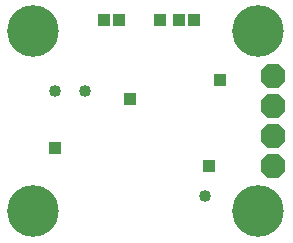
<source format=gbs>
G75*
%MOIN*%
%OFA0B0*%
%FSLAX25Y25*%
%IPPOS*%
%LPD*%
%AMOC8*
5,1,8,0,0,1.08239X$1,22.5*
%
%ADD10OC8,0.08200*%
%ADD11C,0.04000*%
%ADD12R,0.04000X0.04000*%
%ADD13C,0.17198*%
D10*
X0110080Y0029000D03*
X0110080Y0039000D03*
X0110080Y0049000D03*
X0110080Y0059000D03*
D11*
X0087580Y0019000D03*
X0047580Y0054000D03*
X0037580Y0054000D03*
D12*
X0037580Y0035250D03*
X0062580Y0051500D03*
X0092580Y0057750D03*
X0083830Y0077750D03*
X0078830Y0077750D03*
X0072580Y0077750D03*
X0058830Y0077750D03*
X0053830Y0077750D03*
X0088830Y0029000D03*
D13*
X0030080Y0014000D03*
X0105080Y0014000D03*
X0105080Y0074000D03*
X0030080Y0074000D03*
M02*

</source>
